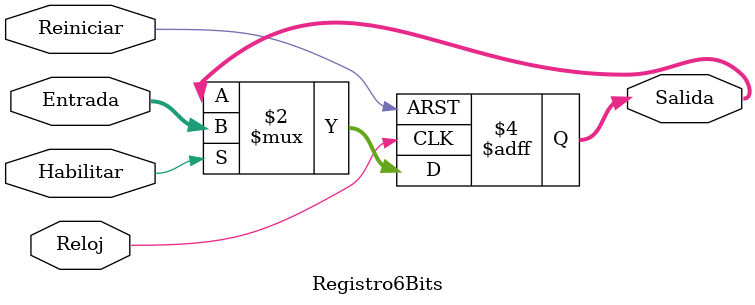
<source format=v>
module Registro6Bits (/*AUTOARG*/
   // Outputs
   Salida,
   // Inputs
   Entrada, Reloj, Reiniciar, Habilitar
   ) ;
   output reg [5:0] Salida;
   input  [5:0] Entrada;
   input  Reloj, Reiniciar, Habilitar;

   always @ (posedge Reloj, posedge Reiniciar)
      if (Reiniciar)
	Salida <= 6'b0000;
      else if (Habilitar)
	Salida <= Entrada;

endmodule // Registro6Bits

</source>
